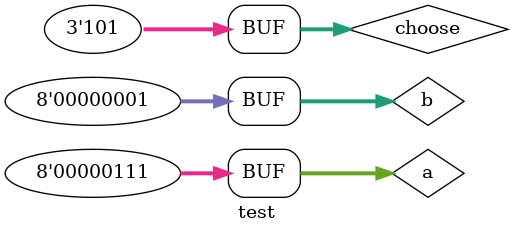
<source format=v>
`timescale 1ns / 1ps


module test();
reg [2:0]choose;
reg [7:0]a,b;
wire [8:0]d;
math c(.a(a),
       .b(b),
       .choose(choose),
       .d(d));
 initial begin
   a<=8'b00000111;
   b<=8'b00000001;
   choose<=3'b000;
   #10 choose<=3'b001;
   #10 choose<=3'b010;
   #10 choose<=3'b011;
   #10 choose<=3'b100;
   #10 choose<=3'b101;
   end 
endmodule

</source>
